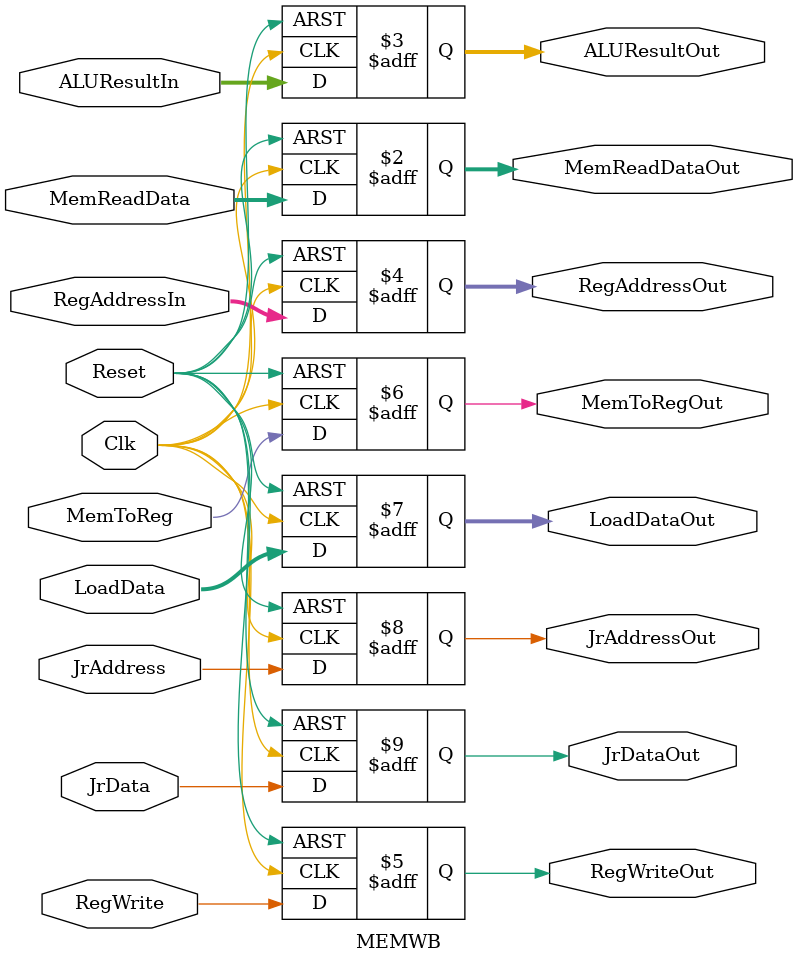
<source format=v>
`timescale 1ns / 1ps

module MEMWB(
    input wire Clk, 
    input wire Reset,
    
    // Data inputs
    input wire [31:0] MemReadData,
    input wire [31:0] ALUResultIn,
    input wire [4:0]  RegAddressIn,
    
    // Control inputs
    input wire RegWrite,             
    input wire MemToReg,             
    input wire [1:0]LoadData, 
    input wire JrAddress,            
    input wire JrData,
            
    
    // Data outputs
    output reg [31:0] MemReadDataOut,
    output reg [31:0] ALUResultOut,
    output reg [4:0]  RegAddressOut,
    
    // Control outputs
    output reg RegWriteOut,             
    output reg MemToRegOut,             
    output reg [1:0] LoadDataOut,
    output reg JrAddressOut,            
    output reg JrDataOut            
    );

    always @(posedge Clk or posedge Reset) begin
        if (Reset) begin
            // Reset all outputs to zero
            MemReadDataOut <= 0;
            ALUResultOut <= 0;
            RegAddressOut <= 0;
            

            // Reset control signals
            RegWriteOut <= 0;
            MemToRegOut <= 0;
            LoadDataOut <= 0;
            JrAddressOut <= 0;
            JrDataOut <= 0;
        end else begin
            // Pass data inputs to outputs
            MemReadDataOut <= MemReadData;
            ALUResultOut <= ALUResultIn;
            RegAddressOut <= RegAddressIn;

            // Pass control signals to outputs
            RegWriteOut <= RegWrite;
            MemToRegOut <= MemToReg;
            LoadDataOut <= LoadData;
            JrDataOut<=JrData;
            JrAddressOut<=JrAddress;
        end
    end

endmodule
</source>
